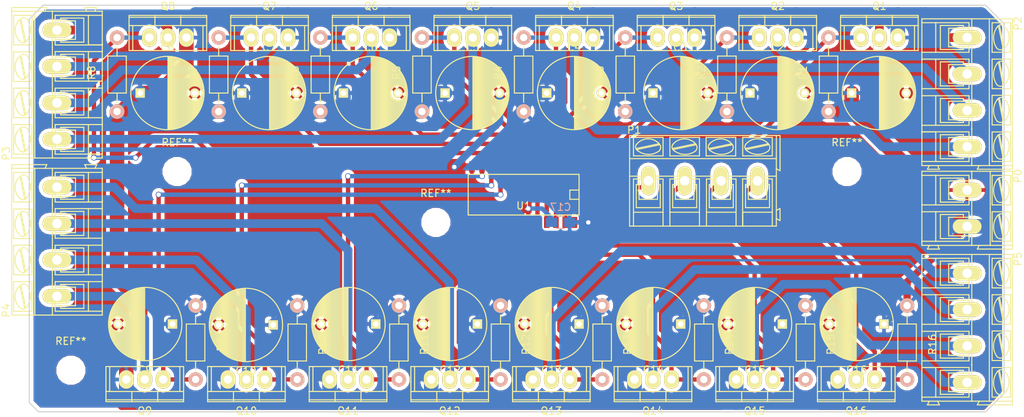
<source format=kicad_pcb>
(kicad_pcb (version 4) (host pcbnew 4.0.2-stable)
  (layers (0 F.Cu signal) (31 B.Cu signal) (34 B.Paste user) (35 F.Paste user) (36 B.SilkS user) (37 F.SilkS user) (38 B.Mask user) (39 F.Mask user) (44 Edge.Cuts user))
  (net 0 "")
  (net 1 VCC)
  (net 2 GND)
  (net 3 "Net-(P1-Pad1)")
  (net 4 "Net-(P1-Pad2)")
  (net 5 "Net-(P1-Pad4)")
  (net 6 "Net-(P1-Pad3)")
  (net 7 /Couche01)
  (net 8 /Couche02)
  (net 9 /Couche04)
  (net 10 /Couche03)
  (net 11 /Couche05)
  (net 12 /Couche06)
  (net 13 /Couche08)
  (net 14 /Couche07)
  (net 15 /Couche09)
  (net 16 /Couche10)
  (net 17 /Couche12)
  (net 18 /Couche11)
  (net 19 /Couche13)
  (net 20 /Couche14)
  (net 21 /Couche16)
  (net 22 /Couche15)
  (net 23 "Net-(Q1-Pad1)")
  (net 24 "Net-(Q2-Pad1)")
  (net 25 "Net-(Q3-Pad1)")
  (net 26 "Net-(Q4-Pad1)")
  (net 27 "Net-(Q5-Pad1)")
  (net 28 "Net-(Q6-Pad1)")
  (net 29 "Net-(Q7-Pad1)")
  (net 30 "Net-(Q8-Pad1)")
  (net 31 "Net-(Q9-Pad1)")
  (net 32 "Net-(Q10-Pad1)")
  (net 33 "Net-(Q11-Pad1)")
  (net 34 "Net-(Q12-Pad1)")
  (net 35 "Net-(Q13-Pad1)")
  (net 36 "Net-(Q14-Pad1)")
  (net 37 "Net-(Q15-Pad1)")
  (net 38 "Net-(Q16-Pad1)")
  (module Capacitors_ThroughHole:C_Radial_D10_L20_P7.5 (layer F.Cu) (at 87.63 26.035)
    (fp_text reference C4 (at 3.75 -6.3) (layer F.SilkS))
    (fp_text value C)
    (pad 1 thru_hole rect (at 0 0) (size 1.3 1.3) (drill 0.8) (layers *.Cu *.Mask F.SilkS) (net 1 VCC))
    (pad 2 thru_hole circle (at 7.5 0) (size 1.3 1.3) (drill 0.8) (layers *.Cu *.Mask F.SilkS) (net 2 GND))
  )
  (module Capacitors_ThroughHole:C_Radial_D10_L20_P7.5 (layer F.Cu) (at 45.72 26.035)
    (fp_text reference C7 (at 3.75 -6.3) (layer F.SilkS))
    (fp_text value C)
    (pad 1 thru_hole rect (at 0 0) (size 1.3 1.3) (drill 0.8) (layers *.Cu *.Mask F.SilkS) (net 1 VCC))
    (pad 2 thru_hole circle (at 7.5 0) (size 1.3 1.3) (drill 0.8) (layers *.Cu *.Mask F.SilkS) (net 2 GND))
  )
  (module Capacitors_ThroughHole:C_Radial_D10_L20_P7.5 (layer F.Cu) (at 129.54 26.035)
    (fp_text reference C1 (at 3.75 -6.3) (layer F.SilkS))
    (fp_text value C)
    (pad 1 thru_hole rect (at 0 0) (size 1.3 1.3) (drill 0.8) (layers *.Cu *.Mask F.SilkS) (net 1 VCC))
    (pad 2 thru_hole circle (at 7.5 0) (size 1.3 1.3) (drill 0.8) (layers *.Cu *.Mask F.SilkS) (net 2 GND))
  )
  (module Capacitors_ThroughHole:C_Radial_D10_L20_P7.5 (layer F.Cu) (at 115.57 26.035)
    (fp_text reference C2 (at 3.75 -6.3) (layer F.SilkS))
    (fp_text value C)
    (pad 1 thru_hole rect (at 0 0) (size 1.3 1.3) (drill 0.8) (layers *.Cu *.Mask F.SilkS) (net 1 VCC))
    (pad 2 thru_hole circle (at 7.5 0) (size 1.3 1.3) (drill 0.8) (layers *.Cu *.Mask F.SilkS) (net 2 GND))
  )
  (module Capacitors_ThroughHole:C_Radial_D10_L20_P7.5 (layer F.Cu) (at 102.235 26.035)
    (fp_text reference C3 (at 3.75 -6.3) (layer F.SilkS))
    (fp_text value C)
    (pad 1 thru_hole rect (at 0 0) (size 1.3 1.3) (drill 0.8) (layers *.Cu *.Mask F.SilkS) (net 1 VCC))
    (pad 2 thru_hole circle (at 7.5 0) (size 1.3 1.3) (drill 0.8) (layers *.Cu *.Mask F.SilkS) (net 2 GND))
  )
  (module Capacitors_ThroughHole:C_Radial_D10_L20_P7.5 (layer F.Cu) (at 73.66 26.035)
    (fp_text reference C5 (at 3.75 -6.3) (layer F.SilkS))
    (fp_text value C)
    (pad 1 thru_hole rect (at 0 0) (size 1.3 1.3) (drill 0.8) (layers *.Cu *.Mask F.SilkS) (net 1 VCC))
    (pad 2 thru_hole circle (at 7.5 0) (size 1.3 1.3) (drill 0.8) (layers *.Cu *.Mask F.SilkS) (net 2 GND))
  )
  (module Capacitors_ThroughHole:C_Radial_D10_L20_P7.5 (layer F.Cu) (at 59.69 26.035)
    (fp_text reference C6 (at 3.75 -6.3) (layer F.SilkS))
    (fp_text value C)
    (pad 1 thru_hole rect (at 0 0) (size 1.3 1.3) (drill 0.8) (layers *.Cu *.Mask F.SilkS) (net 1 VCC))
    (pad 2 thru_hole circle (at 7.5 0) (size 1.3 1.3) (drill 0.8) (layers *.Cu *.Mask F.SilkS) (net 2 GND))
  )
  (module Capacitors_ThroughHole:C_Radial_D10_L20_P7.5 (layer F.Cu) (at 31.75 26.035)
    (fp_text reference C8 (at 3.75 -6.3) (layer F.SilkS))
    (fp_text value C)
    (pad 1 thru_hole rect (at 0 0) (size 1.3 1.3) (drill 0.8) (layers *.Cu *.Mask F.SilkS) (net 1 VCC))
    (pad 2 thru_hole circle (at 7.5 0) (size 1.3 1.3) (drill 0.8) (layers *.Cu *.Mask F.SilkS) (net 2 GND))
  )
  (module Capacitors_ThroughHole:C_Radial_D10_L20_P7.5 (layer F.Cu) (at 36.195 57.785 180)
    (fp_text reference C9 (at 3.75 -6.3 180) (layer F.SilkS))
    (fp_text value C)
    (pad 1 thru_hole rect (at 0 0 180) (size 1.3 1.3) (drill 0.8) (layers *.Cu *.Mask F.SilkS) (net 1 VCC))
    (pad 2 thru_hole circle (at 7.5 0 180) (size 1.3 1.3) (drill 0.8) (layers *.Cu *.Mask F.SilkS) (net 2 GND))
  )
  (module Capacitors_ThroughHole:C_Radial_D10_L20_P7.5 (layer F.Cu) (at 50.038 57.912 180)
    (fp_text reference C10 (at 3.75 -6.3 180) (layer F.SilkS))
    (fp_text value C)
    (pad 1 thru_hole rect (at 0 0 180) (size 1.3 1.3) (drill 0.8) (layers *.Cu *.Mask F.SilkS) (net 1 VCC))
    (pad 2 thru_hole circle (at 7.5 0 180) (size 1.3 1.3) (drill 0.8) (layers *.Cu *.Mask F.SilkS) (net 2 GND))
  )
  (module Capacitors_ThroughHole:C_Radial_D10_L20_P7.5 (layer F.Cu) (at 64.135 57.785 180)
    (fp_text reference C11 (at 3.75 -6.3 180) (layer F.SilkS))
    (fp_text value C)
    (pad 1 thru_hole rect (at 0 0 180) (size 1.3 1.3) (drill 0.8) (layers *.Cu *.Mask F.SilkS) (net 1 VCC))
    (pad 2 thru_hole circle (at 7.5 0 180) (size 1.3 1.3) (drill 0.8) (layers *.Cu *.Mask F.SilkS) (net 2 GND))
  )
  (module Capacitors_ThroughHole:C_Radial_D10_L20_P7.5 (layer F.Cu) (at 78.105 57.785 180)
    (fp_text reference C12 (at 3.75 -6.3 180) (layer F.SilkS))
    (fp_text value C)
    (pad 1 thru_hole rect (at 0 0 180) (size 1.3 1.3) (drill 0.8) (layers *.Cu *.Mask F.SilkS) (net 1 VCC))
    (pad 2 thru_hole circle (at 7.5 0 180) (size 1.3 1.3) (drill 0.8) (layers *.Cu *.Mask F.SilkS) (net 2 GND))
  )
  (module Capacitors_ThroughHole:C_Radial_D10_L20_P7.5 (layer F.Cu) (at 92.075 57.785 180)
    (fp_text reference C13 (at 3.75 -6.3 180) (layer F.SilkS))
    (fp_text value C)
    (pad 1 thru_hole rect (at 0 0 180) (size 1.3 1.3) (drill 0.8) (layers *.Cu *.Mask F.SilkS) (net 1 VCC))
    (pad 2 thru_hole circle (at 7.5 0 180) (size 1.3 1.3) (drill 0.8) (layers *.Cu *.Mask F.SilkS) (net 2 GND))
  )
  (module Capacitors_ThroughHole:C_Radial_D10_L20_P7.5 (layer F.Cu) (at 106.045 57.785 180)
    (fp_text reference C14 (at 3.75 -6.3 180) (layer F.SilkS))
    (fp_text value C)
    (pad 1 thru_hole rect (at 0 0 180) (size 1.3 1.3) (drill 0.8) (layers *.Cu *.Mask F.SilkS) (net 1 VCC))
    (pad 2 thru_hole circle (at 7.5 0 180) (size 1.3 1.3) (drill 0.8) (layers *.Cu *.Mask F.SilkS) (net 2 GND))
  )
  (module Capacitors_ThroughHole:C_Radial_D10_L20_P7.5 (layer F.Cu) (at 120.015 57.785 180)
    (fp_text reference C15 (at 3.75 -6.3 180) (layer F.SilkS))
    (fp_text value C)
    (pad 1 thru_hole rect (at 0 0 180) (size 1.3 1.3) (drill 0.8) (layers *.Cu *.Mask F.SilkS) (net 1 VCC))
    (pad 2 thru_hole circle (at 7.5 0 180) (size 1.3 1.3) (drill 0.8) (layers *.Cu *.Mask F.SilkS) (net 2 GND))
  )
  (module Capacitors_ThroughHole:C_Radial_D10_L20_P7.5 (layer F.Cu) (at 133.985 57.785 180)
    (fp_text reference C16 (at 3.75 -6.3 180) (layer F.SilkS))
    (fp_text value C)
    (pad 1 thru_hole rect (at 0 0 180) (size 1.3 1.3) (drill 0.8) (layers *.Cu *.Mask F.SilkS) (net 1 VCC))
    (pad 2 thru_hole circle (at 7.5 0 180) (size 1.3 1.3) (drill 0.8) (layers *.Cu *.Mask F.SilkS) (net 2 GND))
  )
  (module Capacitors_SMD:C_0805_HandSoldering (layer B.Cu) (at 89.535 43.815 180)
    (fp_text reference C17 (at 0 2.1 180) (layer B.SilkS) (effects (justify mirror)))
    (fp_text value C)
    (pad 1 smd rect (at -1.25 0 180) (size 1.5 1.25) (layers B.Cu B.Paste B.Mask) (net 1 VCC))
    (pad 2 smd rect (at 1.25 0 180) (size 1.5 1.25) (layers B.Cu B.Paste B.Mask) (net 2 GND))
  )
  (module Connect:AK300-2 (layer F.Cu) (at 145.415 39.37 270)
    (fp_text reference P0 (at -1.92 -6.985 270) (layer F.SilkS))
    (fp_text value CONN_01X02)
    (pad 1 thru_hole oval (at 0 0 270) (size 1.9812 3.9624) (drill 1.3208) (layers *.Cu F.Paste F.SilkS F.Mask) (net 2 GND))
    (pad 2 thru_hole oval (at 5 0 270) (size 1.9812 3.9624) (drill 1.3208) (layers *.Cu F.Paste F.SilkS F.Mask) (net 1 VCC))
  )
  (module Connect:AK300-4 (layer F.Cu) (at 101.6 38.1)
    (fp_text reference P1 (at -1.945 -6.985) (layer F.SilkS))
    (fp_text value CONN_01X04)
    (pad 1 thru_hole oval (at 0 0) (size 1.9812 3.9624) (drill 1.3208) (layers *.Cu F.Paste F.SilkS F.Mask) (net 3 "Net-(P1-Pad1)"))
    (pad 2 thru_hole oval (at 5 0) (size 1.9812 3.9624) (drill 1.3208) (layers *.Cu F.Paste F.SilkS F.Mask) (net 4 "Net-(P1-Pad2)"))
    (pad 4 thru_hole oval (at 15 0) (size 1.9812 3.9624) (drill 1.3208) (layers *.Cu F.Paste F.SilkS F.Mask) (net 5 "Net-(P1-Pad4)"))
    (pad 3 thru_hole oval (at 10 0) (size 1.9812 3.9624) (drill 1.3208) (layers *.Cu *.Mask F.SilkS) (net 6 "Net-(P1-Pad3)"))
  )
  (module Connect:AK300-4 (layer F.Cu) (at 145.415 18.415 270)
    (fp_text reference P2 (at -1.945 -6.985 270) (layer F.SilkS))
    (fp_text value CONN_01X04)
    (pad 1 thru_hole oval (at 0 0 270) (size 1.9812 3.9624) (drill 1.3208) (layers *.Cu F.Paste F.SilkS F.Mask) (net 7 /Couche01))
    (pad 2 thru_hole oval (at 5 0 270) (size 1.9812 3.9624) (drill 1.3208) (layers *.Cu F.Paste F.SilkS F.Mask) (net 8 /Couche02))
    (pad 4 thru_hole oval (at 15 0 270) (size 1.9812 3.9624) (drill 1.3208) (layers *.Cu F.Paste F.SilkS F.Mask) (net 9 /Couche04))
    (pad 3 thru_hole oval (at 10 0 270) (size 1.9812 3.9624) (drill 1.3208) (layers *.Cu *.Mask F.SilkS) (net 10 /Couche03))
  )
  (module Connect:AK300-4 (layer F.Cu) (at 20.32 32.385 90)
    (fp_text reference P3 (at -1.945 -6.985 90) (layer F.SilkS))
    (fp_text value CONN_01X04)
    (pad 1 thru_hole oval (at 0 0 90) (size 1.9812 3.9624) (drill 1.3208) (layers *.Cu F.Paste F.SilkS F.Mask) (net 11 /Couche05))
    (pad 2 thru_hole oval (at 5 0 90) (size 1.9812 3.9624) (drill 1.3208) (layers *.Cu F.Paste F.SilkS F.Mask) (net 12 /Couche06))
    (pad 4 thru_hole oval (at 15 0 90) (size 1.9812 3.9624) (drill 1.3208) (layers *.Cu F.Paste F.SilkS F.Mask) (net 13 /Couche08))
    (pad 3 thru_hole oval (at 10 0 90) (size 1.9812 3.9624) (drill 1.3208) (layers *.Cu *.Mask F.SilkS) (net 14 /Couche07))
  )
  (module Connect:AK300-4 (layer F.Cu) (at 20.32 53.975 90)
    (fp_text reference P4 (at -1.945 -6.985 90) (layer F.SilkS))
    (fp_text value CONN_01X04)
    (pad 1 thru_hole oval (at 0 0 90) (size 1.9812 3.9624) (drill 1.3208) (layers *.Cu F.Paste F.SilkS F.Mask) (net 15 /Couche09))
    (pad 2 thru_hole oval (at 5 0 90) (size 1.9812 3.9624) (drill 1.3208) (layers *.Cu F.Paste F.SilkS F.Mask) (net 16 /Couche10))
    (pad 4 thru_hole oval (at 15 0 90) (size 1.9812 3.9624) (drill 1.3208) (layers *.Cu F.Paste F.SilkS F.Mask) (net 17 /Couche12))
    (pad 3 thru_hole oval (at 10 0 90) (size 1.9812 3.9624) (drill 1.3208) (layers *.Cu *.Mask F.SilkS) (net 18 /Couche11))
  )
  (module Connect:AK300-4 (layer F.Cu) (at 145.415 50.8 270)
    (fp_text reference P5 (at -1.945 -6.985 270) (layer F.SilkS))
    (fp_text value CONN_01X04)
    (pad 1 thru_hole oval (at 0 0 270) (size 1.9812 3.9624) (drill 1.3208) (layers *.Cu F.Paste F.SilkS F.Mask) (net 19 /Couche13))
    (pad 2 thru_hole oval (at 5 0 270) (size 1.9812 3.9624) (drill 1.3208) (layers *.Cu F.Paste F.SilkS F.Mask) (net 20 /Couche14))
    (pad 4 thru_hole oval (at 15 0 270) (size 1.9812 3.9624) (drill 1.3208) (layers *.Cu F.Paste F.SilkS F.Mask) (net 21 /Couche16))
    (pad 3 thru_hole oval (at 10 0 270) (size 1.9812 3.9624) (drill 1.3208) (layers *.Cu *.Mask F.SilkS) (net 22 /Couche15))
  )
  (module Power_Integrations:TO-220 (layer F.Cu) (at 133.35 18.415)
    (fp_text reference Q1 (at 0 -4.318) (layer F.SilkS))
    (fp_text value IRF9540N)
    (pad 2 thru_hole oval (at 0 0) (size 2.032 2.54) (drill 1.143) (layers *.Cu *.Mask F.SilkS) (net 7 /Couche01))
    (pad 3 thru_hole oval (at 2.54 0) (size 2.032 2.54) (drill 1.143) (layers *.Cu *.Mask F.SilkS) (net 1 VCC))
    (pad 1 thru_hole oval (at -2.54 0) (size 2.032 2.54) (drill 1.143) (layers *.Cu *.Mask F.SilkS) (net 23 "Net-(Q1-Pad1)"))
  )
  (module Power_Integrations:TO-220 (layer F.Cu) (at 119.38 18.415)
    (fp_text reference Q2 (at 0 -4.318) (layer F.SilkS))
    (fp_text value IRF9540N)
    (pad 2 thru_hole oval (at 0 0) (size 2.032 2.54) (drill 1.143) (layers *.Cu *.Mask F.SilkS) (net 8 /Couche02))
    (pad 3 thru_hole oval (at 2.54 0) (size 2.032 2.54) (drill 1.143) (layers *.Cu *.Mask F.SilkS) (net 1 VCC))
    (pad 1 thru_hole oval (at -2.54 0) (size 2.032 2.54) (drill 1.143) (layers *.Cu *.Mask F.SilkS) (net 24 "Net-(Q2-Pad1)"))
  )
  (module Power_Integrations:TO-220 (layer F.Cu) (at 105.41 18.415)
    (fp_text reference Q3 (at 0 -4.318) (layer F.SilkS))
    (fp_text value IRF9540N)
    (pad 2 thru_hole oval (at 0 0) (size 2.032 2.54) (drill 1.143) (layers *.Cu *.Mask F.SilkS) (net 10 /Couche03))
    (pad 3 thru_hole oval (at 2.54 0) (size 2.032 2.54) (drill 1.143) (layers *.Cu *.Mask F.SilkS) (net 1 VCC))
    (pad 1 thru_hole oval (at -2.54 0) (size 2.032 2.54) (drill 1.143) (layers *.Cu *.Mask F.SilkS) (net 25 "Net-(Q3-Pad1)"))
  )
  (module Power_Integrations:TO-220 (layer F.Cu) (at 91.44 18.415)
    (fp_text reference Q4 (at 0 -4.318) (layer F.SilkS))
    (fp_text value IRF9540N)
    (pad 2 thru_hole oval (at 0 0) (size 2.032 2.54) (drill 1.143) (layers *.Cu *.Mask F.SilkS) (net 9 /Couche04))
    (pad 3 thru_hole oval (at 2.54 0) (size 2.032 2.54) (drill 1.143) (layers *.Cu *.Mask F.SilkS) (net 1 VCC))
    (pad 1 thru_hole oval (at -2.54 0) (size 2.032 2.54) (drill 1.143) (layers *.Cu *.Mask F.SilkS) (net 26 "Net-(Q4-Pad1)"))
  )
  (module Power_Integrations:TO-220 (layer F.Cu) (at 77.47 18.415)
    (fp_text reference Q5 (at 0 -4.318) (layer F.SilkS))
    (fp_text value IRF9540N)
    (pad 2 thru_hole oval (at 0 0) (size 2.032 2.54) (drill 1.143) (layers *.Cu *.Mask F.SilkS) (net 11 /Couche05))
    (pad 3 thru_hole oval (at 2.54 0) (size 2.032 2.54) (drill 1.143) (layers *.Cu *.Mask F.SilkS) (net 1 VCC))
    (pad 1 thru_hole oval (at -2.54 0) (size 2.032 2.54) (drill 1.143) (layers *.Cu *.Mask F.SilkS) (net 27 "Net-(Q5-Pad1)"))
  )
  (module Power_Integrations:TO-220 (layer F.Cu) (at 63.5 18.415)
    (fp_text reference Q6 (at 0 -4.318) (layer F.SilkS))
    (fp_text value IRF9540N)
    (pad 2 thru_hole oval (at 0 0) (size 2.032 2.54) (drill 1.143) (layers *.Cu *.Mask F.SilkS) (net 12 /Couche06))
    (pad 3 thru_hole oval (at 2.54 0) (size 2.032 2.54) (drill 1.143) (layers *.Cu *.Mask F.SilkS) (net 1 VCC))
    (pad 1 thru_hole oval (at -2.54 0) (size 2.032 2.54) (drill 1.143) (layers *.Cu *.Mask F.SilkS) (net 28 "Net-(Q6-Pad1)"))
  )
  (module Power_Integrations:TO-220 (layer F.Cu) (at 49.53 18.415)
    (fp_text reference Q7 (at 0 -4.318) (layer F.SilkS))
    (fp_text value IRF9540N)
    (pad 2 thru_hole oval (at 0 0) (size 2.032 2.54) (drill 1.143) (layers *.Cu *.Mask F.SilkS) (net 14 /Couche07))
    (pad 3 thru_hole oval (at 2.54 0) (size 2.032 2.54) (drill 1.143) (layers *.Cu *.Mask F.SilkS) (net 1 VCC))
    (pad 1 thru_hole oval (at -2.54 0) (size 2.032 2.54) (drill 1.143) (layers *.Cu *.Mask F.SilkS) (net 29 "Net-(Q7-Pad1)"))
  )
  (module Power_Integrations:TO-220 (layer F.Cu) (at 35.56 18.415)
    (fp_text reference Q8 (at 0 -4.318) (layer F.SilkS))
    (fp_text value IRF9540N)
    (pad 2 thru_hole oval (at 0 0) (size 2.032 2.54) (drill 1.143) (layers *.Cu *.Mask F.SilkS) (net 13 /Couche08))
    (pad 3 thru_hole oval (at 2.54 0) (size 2.032 2.54) (drill 1.143) (layers *.Cu *.Mask F.SilkS) (net 1 VCC))
    (pad 1 thru_hole oval (at -2.54 0) (size 2.032 2.54) (drill 1.143) (layers *.Cu *.Mask F.SilkS) (net 30 "Net-(Q8-Pad1)"))
  )
  (module Power_Integrations:TO-220 (layer F.Cu) (at 32.385 65.405 180)
    (fp_text reference Q9 (at 0 -4.318 180) (layer F.SilkS))
    (fp_text value IRF9540N)
    (pad 2 thru_hole oval (at 0 0 180) (size 2.032 2.54) (drill 1.143) (layers *.Cu *.Mask F.SilkS) (net 15 /Couche09))
    (pad 3 thru_hole oval (at 2.54 0 180) (size 2.032 2.54) (drill 1.143) (layers *.Cu *.Mask F.SilkS) (net 1 VCC))
    (pad 1 thru_hole oval (at -2.54 0 180) (size 2.032 2.54) (drill 1.143) (layers *.Cu *.Mask F.SilkS) (net 31 "Net-(Q9-Pad1)"))
  )
  (module Power_Integrations:TO-220 (layer F.Cu) (at 46.355 65.405 180)
    (fp_text reference Q10 (at 0 -4.318 180) (layer F.SilkS))
    (fp_text value IRF9540N)
    (pad 2 thru_hole oval (at 0 0 180) (size 2.032 2.54) (drill 1.143) (layers *.Cu *.Mask F.SilkS) (net 16 /Couche10))
    (pad 3 thru_hole oval (at 2.54 0 180) (size 2.032 2.54) (drill 1.143) (layers *.Cu *.Mask F.SilkS) (net 1 VCC))
    (pad 1 thru_hole oval (at -2.54 0 180) (size 2.032 2.54) (drill 1.143) (layers *.Cu *.Mask F.SilkS) (net 32 "Net-(Q10-Pad1)"))
  )
  (module Power_Integrations:TO-220 (layer F.Cu) (at 60.325 65.405 180)
    (fp_text reference Q11 (at 0 -4.318 180) (layer F.SilkS))
    (fp_text value IRF9540N)
    (pad 2 thru_hole oval (at 0 0 180) (size 2.032 2.54) (drill 1.143) (layers *.Cu *.Mask F.SilkS) (net 18 /Couche11))
    (pad 3 thru_hole oval (at 2.54 0 180) (size 2.032 2.54) (drill 1.143) (layers *.Cu *.Mask F.SilkS) (net 1 VCC))
    (pad 1 thru_hole oval (at -2.54 0 180) (size 2.032 2.54) (drill 1.143) (layers *.Cu *.Mask F.SilkS) (net 33 "Net-(Q11-Pad1)"))
  )
  (module Power_Integrations:TO-220 (layer F.Cu) (at 74.295 65.405 180)
    (fp_text reference Q12 (at 0 -4.318 180) (layer F.SilkS))
    (fp_text value IRF9540N)
    (pad 2 thru_hole oval (at 0 0 180) (size 2.032 2.54) (drill 1.143) (layers *.Cu *.Mask F.SilkS) (net 17 /Couche12))
    (pad 3 thru_hole oval (at 2.54 0 180) (size 2.032 2.54) (drill 1.143) (layers *.Cu *.Mask F.SilkS) (net 1 VCC))
    (pad 1 thru_hole oval (at -2.54 0 180) (size 2.032 2.54) (drill 1.143) (layers *.Cu *.Mask F.SilkS) (net 34 "Net-(Q12-Pad1)"))
  )
  (module Power_Integrations:TO-220 (layer F.Cu) (at 88.265 65.405 180)
    (fp_text reference Q13 (at 0 -4.318 180) (layer F.SilkS))
    (fp_text value IRF9540N)
    (pad 2 thru_hole oval (at 0 0 180) (size 2.032 2.54) (drill 1.143) (layers *.Cu *.Mask F.SilkS) (net 19 /Couche13))
    (pad 3 thru_hole oval (at 2.54 0 180) (size 2.032 2.54) (drill 1.143) (layers *.Cu *.Mask F.SilkS) (net 1 VCC))
    (pad 1 thru_hole oval (at -2.54 0 180) (size 2.032 2.54) (drill 1.143) (layers *.Cu *.Mask F.SilkS) (net 35 "Net-(Q13-Pad1)"))
  )
  (module Power_Integrations:TO-220 (layer F.Cu) (at 102.235 65.405 180)
    (fp_text reference Q14 (at 0 -4.318 180) (layer F.SilkS))
    (fp_text value IRF9540N)
    (pad 2 thru_hole oval (at 0 0 180) (size 2.032 2.54) (drill 1.143) (layers *.Cu *.Mask F.SilkS) (net 20 /Couche14))
    (pad 3 thru_hole oval (at 2.54 0 180) (size 2.032 2.54) (drill 1.143) (layers *.Cu *.Mask F.SilkS) (net 1 VCC))
    (pad 1 thru_hole oval (at -2.54 0 180) (size 2.032 2.54) (drill 1.143) (layers *.Cu *.Mask F.SilkS) (net 36 "Net-(Q14-Pad1)"))
  )
  (module Power_Integrations:TO-220 (layer F.Cu) (at 116.205 65.405 180)
    (fp_text reference Q15 (at 0 -4.318 180) (layer F.SilkS))
    (fp_text value IRF9540N)
    (pad 2 thru_hole oval (at 0 0 180) (size 2.032 2.54) (drill 1.143) (layers *.Cu *.Mask F.SilkS) (net 22 /Couche15))
    (pad 3 thru_hole oval (at 2.54 0 180) (size 2.032 2.54) (drill 1.143) (layers *.Cu *.Mask F.SilkS) (net 1 VCC))
    (pad 1 thru_hole oval (at -2.54 0 180) (size 2.032 2.54) (drill 1.143) (layers *.Cu *.Mask F.SilkS) (net 37 "Net-(Q15-Pad1)"))
  )
  (module Power_Integrations:TO-220 (layer F.Cu) (at 130.175 65.405 180)
    (fp_text reference Q16 (at 0 -4.318 180) (layer F.SilkS))
    (fp_text value IRF9540N)
    (pad 2 thru_hole oval (at 0 0 180) (size 2.032 2.54) (drill 1.143) (layers *.Cu *.Mask F.SilkS) (net 21 /Couche16))
    (pad 3 thru_hole oval (at 2.54 0 180) (size 2.032 2.54) (drill 1.143) (layers *.Cu *.Mask F.SilkS) (net 1 VCC))
    (pad 1 thru_hole oval (at -2.54 0 180) (size 2.032 2.54) (drill 1.143) (layers *.Cu *.Mask F.SilkS) (net 38 "Net-(Q16-Pad1)"))
  )
  (module Resistors_ThroughHole:Resistor_Horizontal_RM10mm (layer F.Cu) (at 126.365 28.575 90)
    (fp_text reference R1 (at 5.32892 -3.50012 90) (layer F.SilkS))
    (fp_text value R)
    (pad 1 thru_hole circle (at 0 0 90) (size 1.99898 1.99898) (drill 1.00076) (layers *.Cu *.SilkS *.Mask) (net 1 VCC))
    (pad 2 thru_hole circle (at 10.16 0 90) (size 1.99898 1.99898) (drill 1.00076) (layers *.Cu *.SilkS *.Mask) (net 23 "Net-(Q1-Pad1)"))
  )
  (module Resistors_ThroughHole:Resistor_Horizontal_RM10mm (layer F.Cu) (at 112.395 28.575 90)
    (fp_text reference R2 (at 5.32892 -3.50012 90) (layer F.SilkS))
    (fp_text value R)
    (pad 1 thru_hole circle (at 0 0 90) (size 1.99898 1.99898) (drill 1.00076) (layers *.Cu *.SilkS *.Mask) (net 1 VCC))
    (pad 2 thru_hole circle (at 10.16 0 90) (size 1.99898 1.99898) (drill 1.00076) (layers *.Cu *.SilkS *.Mask) (net 24 "Net-(Q2-Pad1)"))
  )
  (module Resistors_ThroughHole:Resistor_Horizontal_RM10mm (layer F.Cu) (at 98.425 28.575 90)
    (fp_text reference R3 (at 5.32892 -3.50012 90) (layer F.SilkS))
    (fp_text value R)
    (pad 1 thru_hole circle (at 0 0 90) (size 1.99898 1.99898) (drill 1.00076) (layers *.Cu *.SilkS *.Mask) (net 1 VCC))
    (pad 2 thru_hole circle (at 10.16 0 90) (size 1.99898 1.99898) (drill 1.00076) (layers *.Cu *.SilkS *.Mask) (net 25 "Net-(Q3-Pad1)"))
  )
  (module Resistors_ThroughHole:Resistor_Horizontal_RM10mm (layer F.Cu) (at 84.455 28.575 90)
    (fp_text reference R4 (at 5.32892 -3.50012 90) (layer F.SilkS))
    (fp_text value R)
    (pad 1 thru_hole circle (at 0 0 90) (size 1.99898 1.99898) (drill 1.00076) (layers *.Cu *.SilkS *.Mask) (net 1 VCC))
    (pad 2 thru_hole circle (at 10.16 0 90) (size 1.99898 1.99898) (drill 1.00076) (layers *.Cu *.SilkS *.Mask) (net 26 "Net-(Q4-Pad1)"))
  )
  (module Resistors_ThroughHole:Resistor_Horizontal_RM10mm (layer F.Cu) (at 70.485 28.575 90)
    (fp_text reference R5 (at 5.32892 -3.50012 90) (layer F.SilkS))
    (fp_text value R)
    (pad 1 thru_hole circle (at 0 0 90) (size 1.99898 1.99898) (drill 1.00076) (layers *.Cu *.SilkS *.Mask) (net 1 VCC))
    (pad 2 thru_hole circle (at 10.16 0 90) (size 1.99898 1.99898) (drill 1.00076) (layers *.Cu *.SilkS *.Mask) (net 27 "Net-(Q5-Pad1)"))
  )
  (module Resistors_ThroughHole:Resistor_Horizontal_RM10mm (layer F.Cu) (at 56.515 28.575 90)
    (fp_text reference R6 (at 5.32892 -3.50012 90) (layer F.SilkS))
    (fp_text value R)
    (pad 1 thru_hole circle (at 0 0 90) (size 1.99898 1.99898) (drill 1.00076) (layers *.Cu *.SilkS *.Mask) (net 1 VCC))
    (pad 2 thru_hole circle (at 10.16 0 90) (size 1.99898 1.99898) (drill 1.00076) (layers *.Cu *.SilkS *.Mask) (net 28 "Net-(Q6-Pad1)"))
  )
  (module Resistors_ThroughHole:Resistor_Horizontal_RM10mm (layer F.Cu) (at 42.545 28.575 90)
    (fp_text reference R7 (at 5.32892 -3.50012 90) (layer F.SilkS))
    (fp_text value R)
    (pad 1 thru_hole circle (at 0 0 90) (size 1.99898 1.99898) (drill 1.00076) (layers *.Cu *.SilkS *.Mask) (net 1 VCC))
    (pad 2 thru_hole circle (at 10.16 0 90) (size 1.99898 1.99898) (drill 1.00076) (layers *.Cu *.SilkS *.Mask) (net 29 "Net-(Q7-Pad1)"))
  )
  (module Resistors_ThroughHole:Resistor_Horizontal_RM10mm (layer F.Cu) (at 28.575 28.575 90)
    (fp_text reference R8 (at 5.32892 -3.50012 90) (layer F.SilkS))
    (fp_text value R)
    (pad 1 thru_hole circle (at 0 0 90) (size 1.99898 1.99898) (drill 1.00076) (layers *.Cu *.SilkS *.Mask) (net 1 VCC))
    (pad 2 thru_hole circle (at 10.16 0 90) (size 1.99898 1.99898) (drill 1.00076) (layers *.Cu *.SilkS *.Mask) (net 30 "Net-(Q8-Pad1)"))
  )
  (module Resistors_ThroughHole:Resistor_Horizontal_RM10mm (layer F.Cu) (at 39.37 55.245 270)
    (fp_text reference R9 (at 5.32892 -3.50012 270) (layer F.SilkS))
    (fp_text value R)
    (pad 1 thru_hole circle (at 0 0 270) (size 1.99898 1.99898) (drill 1.00076) (layers *.Cu *.SilkS *.Mask) (net 1 VCC))
    (pad 2 thru_hole circle (at 10.16 0 270) (size 1.99898 1.99898) (drill 1.00076) (layers *.Cu *.SilkS *.Mask) (net 31 "Net-(Q9-Pad1)"))
  )
  (module Resistors_ThroughHole:Resistor_Horizontal_RM10mm (layer F.Cu) (at 53.34 55.245 270)
    (fp_text reference R10 (at 5.32892 -3.50012 270) (layer F.SilkS))
    (fp_text value R)
    (pad 1 thru_hole circle (at 0 0 270) (size 1.99898 1.99898) (drill 1.00076) (layers *.Cu *.SilkS *.Mask) (net 1 VCC))
    (pad 2 thru_hole circle (at 10.16 0 270) (size 1.99898 1.99898) (drill 1.00076) (layers *.Cu *.SilkS *.Mask) (net 32 "Net-(Q10-Pad1)"))
  )
  (module Resistors_ThroughHole:Resistor_Horizontal_RM10mm (layer F.Cu) (at 67.31 55.245 270)
    (fp_text reference R11 (at 5.32892 -3.50012 270) (layer F.SilkS))
    (fp_text value R)
    (pad 1 thru_hole circle (at 0 0 270) (size 1.99898 1.99898) (drill 1.00076) (layers *.Cu *.SilkS *.Mask) (net 1 VCC))
    (pad 2 thru_hole circle (at 10.16 0 270) (size 1.99898 1.99898) (drill 1.00076) (layers *.Cu *.SilkS *.Mask) (net 33 "Net-(Q11-Pad1)"))
  )
  (module Resistors_ThroughHole:Resistor_Horizontal_RM10mm (layer F.Cu) (at 81.28 55.245 270)
    (fp_text reference R12 (at 5.32892 -3.50012 270) (layer F.SilkS))
    (fp_text value R)
    (pad 1 thru_hole circle (at 0 0 270) (size 1.99898 1.99898) (drill 1.00076) (layers *.Cu *.SilkS *.Mask) (net 1 VCC))
    (pad 2 thru_hole circle (at 10.16 0 270) (size 1.99898 1.99898) (drill 1.00076) (layers *.Cu *.SilkS *.Mask) (net 34 "Net-(Q12-Pad1)"))
  )
  (module Resistors_ThroughHole:Resistor_Horizontal_RM10mm (layer F.Cu) (at 95.25 55.245 270)
    (fp_text reference R13 (at 5.32892 -3.50012 270) (layer F.SilkS))
    (fp_text value R)
    (pad 1 thru_hole circle (at 0 0 270) (size 1.99898 1.99898) (drill 1.00076) (layers *.Cu *.SilkS *.Mask) (net 1 VCC))
    (pad 2 thru_hole circle (at 10.16 0 270) (size 1.99898 1.99898) (drill 1.00076) (layers *.Cu *.SilkS *.Mask) (net 35 "Net-(Q13-Pad1)"))
  )
  (module Resistors_ThroughHole:Resistor_Horizontal_RM10mm (layer F.Cu) (at 109.22 55.245 270)
    (fp_text reference R14 (at 5.32892 -3.50012 270) (layer F.SilkS))
    (fp_text value R)
    (pad 1 thru_hole circle (at 0 0 270) (size 1.99898 1.99898) (drill 1.00076) (layers *.Cu *.SilkS *.Mask) (net 1 VCC))
    (pad 2 thru_hole circle (at 10.16 0 270) (size 1.99898 1.99898) (drill 1.00076) (layers *.Cu *.SilkS *.Mask) (net 36 "Net-(Q14-Pad1)"))
  )
  (module Resistors_ThroughHole:Resistor_Horizontal_RM10mm (layer F.Cu) (at 123.19 55.245 270)
    (fp_text reference R15 (at 5.32892 -3.50012 270) (layer F.SilkS))
    (fp_text value R)
    (pad 1 thru_hole circle (at 0 0 270) (size 1.99898 1.99898) (drill 1.00076) (layers *.Cu *.SilkS *.Mask) (net 1 VCC))
    (pad 2 thru_hole circle (at 10.16 0 270) (size 1.99898 1.99898) (drill 1.00076) (layers *.Cu *.SilkS *.Mask) (net 37 "Net-(Q15-Pad1)"))
  )
  (module Resistors_ThroughHole:Resistor_Horizontal_RM10mm (layer F.Cu) (at 137.16 55.245 270)
    (fp_text reference R16 (at 5.32892 -3.50012 270) (layer F.SilkS))
    (fp_text value R)
    (pad 1 thru_hole circle (at 0 0 270) (size 1.99898 1.99898) (drill 1.00076) (layers *.Cu *.SilkS *.Mask) (net 1 VCC))
    (pad 2 thru_hole circle (at 10.16 0 270) (size 1.99898 1.99898) (drill 1.00076) (layers *.Cu *.SilkS *.Mask) (net 38 "Net-(Q16-Pad1)"))
  )
  (module SMD_Packages:SOIC-24 (layer F.Cu) (at 84.455 40.005 180)
    (fp_text reference U1 (at 0 -1.524 180) (layer F.SilkS))
    (fp_text value 74LS154)
    (pad 1 smd rect (at -6.985 3.81 180) (size 0.762 1.524) (layers F.Cu F.Paste F.Mask) (net 23 "Net-(Q1-Pad1)"))
    (pad 2 smd rect (at -5.715 3.81 180) (size 0.762 1.524) (layers F.Cu F.Paste F.Mask) (net 24 "Net-(Q2-Pad1)"))
    (pad 3 smd rect (at -4.445 3.81 180) (size 0.762 1.524) (layers F.Cu F.Paste F.Mask) (net 25 "Net-(Q3-Pad1)"))
    (pad 4 smd rect (at -3.175 3.81 180) (size 0.762 1.524) (layers F.Cu F.Paste F.Mask) (net 26 "Net-(Q4-Pad1)"))
    (pad 5 smd rect (at -1.905 3.81 180) (size 0.762 1.524) (layers F.Cu F.Paste F.Mask) (net 27 "Net-(Q5-Pad1)"))
    (pad 6 smd rect (at -0.635 3.81 180) (size 0.762 1.524) (layers F.Cu F.Paste F.Mask) (net 28 "Net-(Q6-Pad1)"))
    (pad 7 smd rect (at 0.635 3.81 180) (size 0.762 1.524) (layers F.Cu F.Paste F.Mask) (net 29 "Net-(Q7-Pad1)"))
    (pad 8 smd rect (at 1.905 3.81 180) (size 0.762 1.524) (layers F.Cu F.Paste F.Mask) (net 30 "Net-(Q8-Pad1)"))
    (pad 9 smd rect (at 3.175 3.81 180) (size 0.762 1.524) (layers F.Cu F.Paste F.Mask) (net 31 "Net-(Q9-Pad1)"))
    (pad 10 smd rect (at 4.445 3.81 180) (size 0.762 1.524) (layers F.Cu F.Paste F.Mask) (net 32 "Net-(Q10-Pad1)"))
    (pad 11 smd rect (at 5.715 3.81 180) (size 0.762 1.524) (layers F.Cu F.Paste F.Mask) (net 33 "Net-(Q11-Pad1)"))
    (pad 12 smd rect (at 7.112 3.81 180) (size 0.762 1.524) (layers F.Cu F.Paste F.Mask) (net 2 GND))
    (pad 24 smd rect (at -6.985 -3.81 180) (size 0.762 1.524) (layers F.Cu F.Paste F.Mask) (net 1 VCC))
    (pad 23 smd rect (at -5.715 -3.81 180) (size 0.762 1.524) (layers F.Cu F.Paste F.Mask) (net 5 "Net-(P1-Pad4)"))
    (pad 22 smd rect (at -4.445 -3.81 180) (size 0.762 1.524) (layers F.Cu F.Paste F.Mask) (net 6 "Net-(P1-Pad3)"))
    (pad 21 smd rect (at -3.175 -3.81 180) (size 0.762 1.524) (layers F.Cu F.Paste F.Mask) (net 4 "Net-(P1-Pad2)"))
    (pad 20 smd rect (at -1.905 -3.81 180) (size 0.762 1.524) (layers F.Cu F.Paste F.Mask) (net 3 "Net-(P1-Pad1)"))
    (pad 19 smd rect (at -0.635 -3.81 180) (size 0.762 1.524) (layers F.Cu F.Paste F.Mask) (net 2 GND))
    (pad 18 smd rect (at 0.635 -3.81 180) (size 0.762 1.524) (layers F.Cu F.Paste F.Mask) (net 2 GND))
    (pad 17 smd rect (at 1.905 -3.81 180) (size 0.762 1.524) (layers F.Cu F.Paste F.Mask) (net 38 "Net-(Q16-Pad1)"))
    (pad 16 smd rect (at 3.175 -3.81 180) (size 0.762 1.524) (layers F.Cu F.Paste F.Mask) (net 37 "Net-(Q15-Pad1)"))
    (pad 15 smd rect (at 4.445 -3.81 180) (size 0.762 1.524) (layers F.Cu F.Paste F.Mask) (net 36 "Net-(Q14-Pad1)"))
    (pad 14 smd rect (at 5.715 -3.81 180) (size 0.762 1.524) (layers F.Cu F.Paste F.Mask) (net 35 "Net-(Q13-Pad1)"))
    (pad 13 smd rect (at 6.985 -3.81 180) (size 0.762 1.524) (layers F.Cu F.Paste F.Mask) (net 34 "Net-(Q12-Pad1)"))
  )
  (module Mounting_Holes:MountingHole_3mm (layer F.Cu) (at 22.225 64.135)
    (fp_text reference REF** (at 0 -4) (layer F.SilkS))
    (fp_text value MountingHole_3mm)
    (pad 1 np_thru_hole circle (at 0 0) (size 3 3) (drill 3) (layers *.Cu *.Mask F.SilkS))
  )
  (module Mounting_Holes:MountingHole_3mm (layer F.Cu) (at 128.905 36.83)
    (fp_text reference REF** (at 0 -4) (layer F.SilkS))
    (fp_text value MountingHole_3mm)
    (pad 1 np_thru_hole circle (at 0 0) (size 3 3) (drill 3) (layers *.Cu *.Mask F.SilkS))
  )
  (module Mounting_Holes:MountingHole_3mm (layer F.Cu) (at 36.83 36.83)
    (fp_text reference REF** (at 0 -4) (layer F.SilkS))
    (fp_text value MountingHole_3mm)
    (pad 1 np_thru_hole circle (at 0 0) (size 3 3) (drill 3) (layers *.Cu *.Mask F.SilkS))
  )
  (module Mounting_Holes:MountingHole_3mm (layer F.Cu) (at 72.39 43.815)
    (fp_text reference REF** (at 0 -4) (layer F.SilkS))
    (fp_text value MountingHole_3mm)
    (pad 1 np_thru_hole circle (at 0 0) (size 3 3) (drill 3) (layers *.Cu *.Mask F.SilkS))
  )
  (gr_line (start 147.955 13.97) (end 147.32 13.97) (angle 90) (layer Edge.Cuts) (width 0.15))
  (gr_line (start 150.495 16.51) (end 147.955 13.97) (angle 90) (layer Edge.Cuts) (width 0.15))
  (gr_line (start 150.495 67.31) (end 150.495 16.51) (angle 90) (layer Edge.Cuts) (width 0.15))
  (gr_line (start 149.86 67.945) (end 150.495 67.31) (angle 90) (layer Edge.Cuts) (width 0.15))
  (gr_line (start 16.51 15.875) (end 18.415 13.97) (angle 90) (layer Edge.Cuts) (width 0.15))
  (gr_line (start 16.51 68.58) (end 16.51 15.875) (angle 90) (layer Edge.Cuts) (width 0.15))
  (gr_line (start 17.78 69.85) (end 16.51 68.58) (angle 90) (layer Edge.Cuts) (width 0.15))
  (gr_line (start 147.955 69.85) (end 17.78 69.85) (angle 90) (layer Edge.Cuts) (width 0.15))
  (gr_line (start 149.86 67.945) (end 147.955 69.85) (angle 90) (layer Edge.Cuts) (width 0.15))
  (gr_line (start 18.415 13.97) (end 147.32 13.97) (angle 90) (layer Edge.Cuts) (width 0.15))
  (segment (start 71.755 68.58) (end 99.695 68.58) (width 2) (layer B.Cu) (net 1))
  (segment (start 73.66 26.035) (end 70.485 26.035) (width 2) (layer B.Cu) (net 1))
  (segment (start 59.69 26.035) (end 59.69 28.575) (width 2) (layer B.Cu) (net 1))
  (segment (start 45.72 26.035) (end 45.72 28.575) (width 2) (layer B.Cu) (net 1))
  (segment (start 43.815 68.58) (end 43.815 65.405) (width 2) (layer B.Cu) (net 1))
  (segment (start 43.815 65.405) (end 36.195 57.785) (width 2) (layer B.Cu) (net 1))
  (segment (start 36.195 57.785) (end 36.83 57.785) (width 2) (layer B.Cu) (net 1))
  (segment (start 36.83 57.785) (end 39.37 55.245) (width 2) (layer B.Cu) (net 1))
  (segment (start 57.785 68.58) (end 57.785 65.405) (width 2) (layer B.Cu) (net 1))
  (segment (start 57.785 65.405) (end 50.292 57.912) (width 2) (layer B.Cu) (net 1))
  (segment (start 50.292 57.912) (end 50.673 57.912) (width 2) (layer B.Cu) (net 1))
  (segment (start 50.673 57.912) (end 53.34 55.245) (width 2) (layer B.Cu) (net 1))
  (segment (start 71.755 68.58) (end 71.755 65.405) (width 2) (layer B.Cu) (net 1))
  (segment (start 71.755 65.405) (end 64.135 57.785) (width 2) (layer B.Cu) (net 1))
  (segment (start 64.135 57.785) (end 64.77 57.785) (width 2) (layer B.Cu) (net 1))
  (segment (start 64.77 57.785) (end 67.31 55.245) (width 2) (layer B.Cu) (net 1))
  (segment (start 85.725 65.405) (end 78.105 57.785) (width 2) (layer B.Cu) (net 1))
  (segment (start 78.105 57.785) (end 78.74 57.785) (width 2) (layer B.Cu) (net 1))
  (segment (start 78.74 57.785) (end 81.28 55.245) (width 2) (layer B.Cu) (net 1))
  (segment (start 99.695 68.58) (end 99.695 65.405) (width 2) (layer B.Cu) (net 1))
  (segment (start 99.695 65.405) (end 92.075 57.785) (width 2) (layer B.Cu) (net 1))
  (segment (start 92.075 57.785) (end 92.71 57.785) (width 2) (layer B.Cu) (net 1))
  (segment (start 92.71 57.785) (end 95.25 55.245) (width 2) (layer B.Cu) (net 1))
  (segment (start 113.665 65.405) (end 106.045 57.785) (width 2) (layer B.Cu) (net 1))
  (segment (start 106.045 57.785) (end 106.68 57.785) (width 2) (layer B.Cu) (net 1))
  (segment (start 106.68 57.785) (end 109.22 55.245) (width 2) (layer B.Cu) (net 1))
  (segment (start 113.665 65.405) (end 113.665 68.58) (width 2) (layer B.Cu) (net 1))
  (segment (start 123.19 55.245) (end 122.555 55.245) (width 2) (layer B.Cu) (net 1))
  (segment (start 122.555 55.245) (end 120.015 57.785) (width 2) (layer B.Cu) (net 1))
  (segment (start 127.635 65.405) (end 120.015 57.785) (width 2) (layer B.Cu) (net 1))
  (segment (start 127.635 65.405) (end 127.635 68.58) (width 2) (layer B.Cu) (net 1))
  (segment (start 81.28 55.245) (end 81.28 52.07) (width 2) (layer B.Cu) (net 1))
  (segment (start 81.28 52.07) (end 86.36 46.99) (width 2) (layer B.Cu) (net 1))
  (segment (start 115.57 26.035) (end 115.57 28.575) (width 2) (layer B.Cu) (net 1))
  (segment (start 115.57 28.575) (end 115.57 27.94) (width 2) (layer B.Cu) (net 1))
  (segment (start 115.57 27.94) (end 115.57 28.575) (width 2) (layer B.Cu) (net 1))
  (segment (start 102.235 26.035) (end 102.235 28.575) (width 2) (layer B.Cu) (net 1))
  (segment (start 102.235 28.575) (end 101.6 28.575) (width 2) (layer B.Cu) (net 1))
  (segment (start 129.62 28.575) (end 129.54 28.495) (width 2) (layer F.Cu) (net 1))
  (segment (start 129.54 28.495) (end 129.54 26.035) (width 2) (layer F.Cu) (net 1))
  (segment (start 145.415 44.37) (end 129.62 28.575) (width 2) (layer F.Cu) (net 1))
  (segment (start 129.62 28.575) (end 126.365 28.575) (width 2) (layer F.Cu) (net 1))
  (segment (start 98.425 28.575) (end 101.6 28.575) (width 2) (layer B.Cu) (net 1))
  (segment (start 101.6 28.575) (end 115.57 28.575) (width 2) (layer B.Cu) (net 1))
  (segment (start 115.57 28.575) (end 126.365 28.575) (width 2) (layer B.Cu) (net 1))
  (segment (start 135.89 18.415) (end 135.89 15.24) (width 2) (layer B.Cu) (net 1))
  (segment (start 121.92 18.415) (end 121.92 15.24) (width 2) (layer B.Cu) (net 1))
  (segment (start 107.95 18.415) (end 107.95 15.24) (width 2) (layer B.Cu) (net 1))
  (segment (start 93.98 18.415) (end 93.98 15.24) (width 2) (layer B.Cu) (net 1))
  (segment (start 52.07 18.415) (end 52.07 15.24) (width 2) (layer B.Cu) (net 1))
  (segment (start 66.04 18.415) (end 66.04 15.24) (width 2) (layer B.Cu) (net 1))
  (segment (start 70.485 28.575) (end 70.485 26.035) (width 2) (layer B.Cu) (net 1))
  (segment (start 70.485 26.035) (end 70.485 22.86) (width 2) (layer B.Cu) (net 1))
  (segment (start 70.485 22.86) (end 66.04 18.415) (width 2) (layer B.Cu) (net 1))
  (segment (start 31.75 26.035) (end 34.29 28.575) (width 2) (layer B.Cu) (net 1))
  (segment (start 34.29 28.575) (end 42.545 28.575) (width 2) (layer B.Cu) (net 1))
  (segment (start 42.545 28.575) (end 45.72 28.575) (width 2) (layer B.Cu) (net 1))
  (segment (start 45.72 28.575) (end 56.515 28.575) (width 2) (layer B.Cu) (net 1))
  (segment (start 56.515 28.575) (end 59.69 28.575) (width 2) (layer B.Cu) (net 1))
  (segment (start 59.69 28.575) (end 70.485 28.575) (width 2) (layer B.Cu) (net 1))
  (segment (start 87.63 26.035) (end 84.455 26.035) (width 2) (layer B.Cu) (net 1))
  (segment (start 38.1 18.415) (end 38.1 22.225) (width 2) (layer F.Cu) (net 1))
  (segment (start 34.29 26.035) (end 31.75 26.035) (width 2) (layer F.Cu) (net 1))
  (segment (start 38.1 22.225) (end 34.29 26.035) (width 2) (layer F.Cu) (net 1))
  (segment (start 28.575 28.575) (end 29.21 28.575) (width 2) (layer F.Cu) (net 1))
  (segment (start 29.21 28.575) (end 31.75 26.035) (width 2) (layer F.Cu) (net 1))
  (segment (start 29.845 65.405) (end 29.845 60.96) (width 2) (layer F.Cu) (net 1))
  (segment (start 28.575 51.435) (end 28.575 28.575) (width 2) (layer F.Cu) (net 1))
  (segment (start 31.75 54.61) (end 28.575 51.435) (width 2) (layer F.Cu) (net 1))
  (segment (start 31.75 59.055) (end 31.75 54.61) (width 2) (layer F.Cu) (net 1))
  (segment (start 29.845 60.96) (end 31.75 59.055) (width 2) (layer F.Cu) (net 1))
  (segment (start 84.455 28.575) (end 84.455 26.035) (width 2) (layer B.Cu) (net 1))
  (segment (start 84.455 26.035) (end 84.455 24.13) (width 2) (layer B.Cu) (net 1))
  (segment (start 80.01 19.685) (end 80.01 15.24) (width 2) (layer B.Cu) (net 1))
  (segment (start 84.455 24.13) (end 80.01 19.685) (width 2) (layer B.Cu) (net 1))
  (segment (start 80.01 15.24) (end 80.01 15.875) (width 2) (layer B.Cu) (net 1))
  (segment (start 80.01 15.875) (end 80.01 15.24) (width 2) (layer B.Cu) (net 1))
  (segment (start 145.415 44.37) (end 98.505 44.37) (width 2) (layer B.Cu) (net 1))
  (segment (start 93.98 46.99) (end 86.36 46.99) (width 2) (layer B.Cu) (net 1))
  (segment (start 96.52 44.45) (end 93.98 46.99) (width 2) (layer B.Cu) (net 1))
  (segment (start 98.425 44.45) (end 96.52 44.45) (width 2) (layer B.Cu) (net 1))
  (segment (start 98.505 44.37) (end 98.425 44.45) (width 2) (layer B.Cu) (net 1))
  (segment (start 86.36 46.99) (end 85.725 46.99) (width 2) (layer B.Cu) (net 1))
  (segment (start 83.185 44.45) (end 83.185 29.845) (width 2) (layer B.Cu) (net 1))
  (segment (start 85.725 46.99) (end 83.185 44.45) (width 2) (layer B.Cu) (net 1))
  (segment (start 83.185 29.845) (end 84.455 28.575) (width 2) (layer B.Cu) (net 1))
  (segment (start 145.415 44.37) (end 149.225 44.37) (width 2) (layer B.Cu) (net 1))
  (segment (start 148.59 44.45) (end 149.225 44.45) (width 2) (layer B.Cu) (net 1))
  (segment (start 149.145 44.45) (end 148.59 44.45) (width 2) (layer B.Cu) (net 1))
  (segment (start 149.225 44.37) (end 149.145 44.45) (width 2) (layer B.Cu) (net 1))
  (segment (start 139.7 15.24) (end 147.32 15.24) (width 2) (layer B.Cu) (net 1))
  (segment (start 80.01 15.24) (end 93.98 15.24) (width 2) (layer B.Cu) (net 1))
  (segment (start 93.98 15.24) (end 107.95 15.24) (width 2) (layer B.Cu) (net 1))
  (segment (start 107.95 15.24) (end 121.92 15.24) (width 2) (layer B.Cu) (net 1))
  (segment (start 121.92 15.24) (end 135.89 15.24) (width 2) (layer B.Cu) (net 1))
  (segment (start 135.89 15.24) (end 139.065 15.24) (width 2) (layer B.Cu) (net 1))
  (segment (start 139.065 15.24) (end 139.7 15.24) (width 2) (layer B.Cu) (net 1))
  (segment (start 149.225 17.145) (end 149.225 44.45) (width 2) (layer B.Cu) (net 1))
  (segment (start 147.32 15.24) (end 149.225 17.145) (width 2) (layer B.Cu) (net 1))
  (segment (start 38.1 18.415) (end 38.1 16.51) (width 2) (layer B.Cu) (net 1))
  (segment (start 39.37 15.24) (end 52.07 15.24) (width 2) (layer B.Cu) (net 1))
  (segment (start 52.07 15.24) (end 66.04 15.24) (width 2) (layer B.Cu) (net 1))
  (segment (start 38.1 16.51) (end 39.37 15.24) (width 2) (layer B.Cu) (net 1))
  (segment (start 66.04 15.24) (end 80.01 15.24) (width 2) (layer B.Cu) (net 1))
  (segment (start 29.845 66.675) (end 31.75 68.58) (width 2) (layer B.Cu) (net 1))
  (segment (start 149.225 44.45) (end 149.225 66.675) (width 2) (layer B.Cu) (net 1))
  (segment (start 149.225 66.675) (end 147.32 68.58) (width 2) (layer B.Cu) (net 1))
  (segment (start 147.32 68.58) (end 146.05 68.58) (width 2) (layer B.Cu) (net 1))
  (segment (start 29.845 66.675) (end 29.845 65.405) (width 2) (layer B.Cu) (net 1))
  (segment (start 31.75 68.58) (end 43.815 68.58) (width 2) (layer B.Cu) (net 1))
  (segment (start 43.815 68.58) (end 57.785 68.58) (width 2) (layer B.Cu) (net 1))
  (segment (start 57.785 68.58) (end 71.755 68.58) (width 2) (layer B.Cu) (net 1))
  (segment (start 99.695 68.58) (end 113.665 68.58) (width 2) (layer B.Cu) (net 1))
  (segment (start 113.665 68.58) (end 127.635 68.58) (width 2) (layer B.Cu) (net 1))
  (segment (start 127.635 68.58) (end 146.05 68.58) (width 2) (layer B.Cu) (net 1))
  (segment (start 137.16 55.245) (end 137.16 51.99) (width 1) (layer F.Cu) (net 1))
  (segment (start 137.16 51.99) (end 145.415 44.37) (width 1) (layer F.Cu) (net 1))
  (segment (start 85.598 65.532) (end 85.725 65.405) (width 1) (layer B.Cu) (net 1))
  (segment (start 39.37 55.245) (end 38.735 55.245) (width 1) (layer B.Cu) (net 1))
  (segment (start 67.31 55.245) (end 66.675 55.245) (width 1) (layer B.Cu) (net 1))
  (segment (start 81.28 55.245) (end 80.645 55.245) (width 1) (layer B.Cu) (net 1))
  (segment (start 133.985 57.785) (end 136.525 55.245) (width 1) (layer B.Cu) (net 1))
  (segment (start 136.525 55.245) (end 137.16 55.245) (width 1) (layer B.Cu) (net 1))
  (segment (start 145.335 44.45) (end 145.415 44.37) (width 1) (layer B.Cu) (net 1))
  (segment (start 90.785 43.815) (end 93.345 43.815) (width 0.6) (layer B.Cu) (net 1))
  (segment (start 93.345 43.815) (end 91.44 43.815) (width 0.6) (layer F.Cu) (net 1))
  (via (at 93.345 43.815) (size 0.8) (drill 0.6) (layers F.Cu B.Cu) (net 1))
  (segment (start 77.343 36.195) (end 74.93 36.195) (width 1) (layer F.Cu) (net 2))
  (segment (start 81.16 29.965) (end 81.16 26.035) (width 1) (layer B.Cu) (net 2))
  (segment (start 74.93 36.195) (end 81.16 29.965) (width 1) (layer B.Cu) (net 2))
  (via (at 74.93 36.195) (size 0.8) (drill 0.6) (layers F.Cu B.Cu) (net 2))
  (segment (start 54.61 15.24) (end 54.61 24.645) (width 1) (layer F.Cu) (net 2))
  (segment (start 54.61 24.645) (end 53.22 26.035) (width 1) (layer F.Cu) (net 2))
  (segment (start 68.58 15.24) (end 68.58 24.645) (width 1) (layer F.Cu) (net 2))
  (segment (start 68.58 24.645) (end 67.19 26.035) (width 1) (layer F.Cu) (net 2))
  (segment (start 82.55 15.24) (end 82.55 24.645) (width 1) (layer F.Cu) (net 2))
  (segment (start 82.55 24.645) (end 81.16 26.035) (width 1) (layer F.Cu) (net 2))
  (segment (start 100.33 15.24) (end 100.33 20.835) (width 1) (layer F.Cu) (net 2))
  (segment (start 100.33 20.835) (end 95.13 26.035) (width 1) (layer F.Cu) (net 2))
  (segment (start 114.3 15.24) (end 114.3 21.47) (width 1) (layer F.Cu) (net 2))
  (segment (start 114.3 21.47) (end 109.735 26.035) (width 1) (layer F.Cu) (net 2))
  (segment (start 123.07 26.035) (end 128.845 20.26) (width 1) (layer F.Cu) (net 2))
  (segment (start 128.845 20.26) (end 128.905 20.32) (width 1) (layer F.Cu) (net 2))
  (segment (start 126.365 15.24) (end 128.27 17.145) (width 1) (layer F.Cu) (net 2))
  (segment (start 39.25 24.25) (end 40.64 22.86) (width 1) (layer F.Cu) (net 2))
  (segment (start 40.64 22.86) (end 40.64 17.145) (width 1) (layer F.Cu) (net 2))
  (segment (start 40.64 17.145) (end 42.545 15.24) (width 1) (layer F.Cu) (net 2))
  (segment (start 42.545 15.24) (end 54.61 15.24) (width 1) (layer F.Cu) (net 2))
  (segment (start 54.61 15.24) (end 68.58 15.24) (width 1) (layer F.Cu) (net 2))
  (segment (start 68.58 15.24) (end 82.55 15.24) (width 1) (layer F.Cu) (net 2))
  (segment (start 82.55 15.24) (end 100.33 15.24) (width 1) (layer F.Cu) (net 2))
  (segment (start 100.33 15.24) (end 114.3 15.24) (width 1) (layer F.Cu) (net 2))
  (segment (start 114.3 15.24) (end 126.365 15.24) (width 1) (layer F.Cu) (net 2))
  (segment (start 39.25 26.035) (end 39.25 24.25) (width 1) (layer F.Cu) (net 2))
  (segment (start 134.62 26.035) (end 137.04 26.035) (width 1) (layer F.Cu) (net 2))
  (segment (start 128.27 19.685) (end 128.905 20.32) (width 1) (layer F.Cu) (net 2))
  (segment (start 128.905 20.32) (end 134.62 26.035) (width 1) (layer F.Cu) (net 2))
  (segment (start 128.27 17.145) (end 128.27 19.685) (width 1) (layer F.Cu) (net 2))
  (segment (start 149.098 42.545) (end 149.098 28.067) (width 1) (layer F.Cu) (net 2))
  (segment (start 147.066 26.035) (end 137.04 26.035) (width 1) (layer F.Cu) (net 2))
  (segment (start 149.098 28.067) (end 147.066 26.035) (width 1) (layer F.Cu) (net 2))
  (segment (start 41.402 69.088) (end 29.21 69.088) (width 1) (layer F.Cu) (net 2))
  (segment (start 27.178 59.302) (end 28.695 57.785) (width 1) (layer F.Cu) (net 2))
  (segment (start 27.178 67.056) (end 27.178 59.302) (width 1) (layer F.Cu) (net 2))
  (segment (start 29.21 69.088) (end 27.178 67.056) (width 1) (layer F.Cu) (net 2))
  (segment (start 55.626 69.088) (end 41.402 69.088) (width 1) (layer F.Cu) (net 2))
  (segment (start 41.402 59.048) (end 42.538 57.912) (width 1) (layer F.Cu) (net 2))
  (segment (start 41.402 69.088) (end 41.402 59.048) (width 1) (layer F.Cu) (net 2))
  (segment (start 69.342 69.088) (end 55.626 69.088) (width 1) (layer F.Cu) (net 2))
  (segment (start 55.626 58.794) (end 56.635 57.785) (width 1) (layer F.Cu) (net 2))
  (segment (start 55.626 69.088) (end 55.626 58.794) (width 1) (layer F.Cu) (net 2))
  (segment (start 83.566 69.088) (end 69.342 69.088) (width 1) (layer F.Cu) (net 2))
  (segment (start 69.342 59.048) (end 70.605 57.785) (width 1) (layer F.Cu) (net 2))
  (segment (start 69.342 69.088) (end 69.342 59.048) (width 1) (layer F.Cu) (net 2))
  (segment (start 97.282 69.088) (end 83.566 69.088) (width 1) (layer F.Cu) (net 2))
  (segment (start 83.566 58.794) (end 84.575 57.785) (width 1) (layer F.Cu) (net 2))
  (segment (start 83.566 69.088) (end 83.566 58.794) (width 1) (layer F.Cu) (net 2))
  (segment (start 111.506 69.088) (end 97.282 69.088) (width 1) (layer F.Cu) (net 2))
  (segment (start 97.282 59.048) (end 98.545 57.785) (width 1) (layer F.Cu) (net 2))
  (segment (start 97.282 69.088) (end 97.282 59.048) (width 1) (layer F.Cu) (net 2))
  (segment (start 147.574 69.088) (end 125.222 69.088) (width 1) (layer F.Cu) (net 2))
  (segment (start 149.098 67.564) (end 147.574 69.088) (width 1) (layer F.Cu) (net 2))
  (segment (start 149.098 42.418) (end 149.098 42.545) (width 1) (layer F.Cu) (net 2))
  (segment (start 149.098 42.545) (end 149.098 67.564) (width 1) (layer F.Cu) (net 2))
  (segment (start 126.485 57.785) (end 125.222 59.048) (width 1) (layer F.Cu) (net 2))
  (segment (start 125.222 59.048) (end 125.222 69.088) (width 1) (layer F.Cu) (net 2))
  (segment (start 111.506 58.794) (end 112.515 57.785) (width 1) (layer F.Cu) (net 2))
  (segment (start 111.506 69.088) (end 111.506 58.794) (width 1) (layer F.Cu) (net 2))
  (segment (start 85.09 43.815) (end 85.09 41.91) (width 0.6) (layer F.Cu) (net 2))
  (segment (start 86.995 41.91) (end 88.285 43.2) (width 0.6) (layer B.Cu) (net 2))
  (segment (start 85.09 41.91) (end 86.995 41.91) (width 0.6) (layer B.Cu) (net 2))
  (via (at 85.09 41.91) (size 0.8) (drill 0.6) (layers F.Cu B.Cu) (net 2))
  (segment (start 88.285 43.2) (end 88.285 43.815) (width 0.6) (layer B.Cu) (net 2))
  (segment (start 85.09 43.815) (end 83.82 43.815) (width 0.6) (layer F.Cu) (net 2))
  (segment (start 100.695002 39.004998) (end 96.250002 39.004998) (width 0.6) (layer F.Cu) (net 3))
  (segment (start 86.36 40.64) (end 87.995002 39.004998) (width 0.6) (layer F.Cu) (net 3))
  (segment (start 87.995002 39.004998) (end 93.710002 39.004998) (width 0.6) (layer F.Cu) (net 3))
  (segment (start 86.36 40.64) (end 86.36 43.815) (width 0.6) (layer F.Cu) (net 3))
  (segment (start 93.710002 39.004998) (end 96.250002 39.004998) (width 0.6) (layer F.Cu) (net 3))
  (segment (start 100.695002 39.004998) (end 101.6 38.1) (width 0.6) (layer F.Cu) (net 3))
  (segment (start 97.79 40.005) (end 99.06 41.275) (width 0.6) (layer F.Cu) (net 4))
  (segment (start 97.79 40.005) (end 88.9 40.005) (width 0.6) (layer F.Cu) (net 4))
  (segment (start 88.9 40.005) (end 87.63 41.275) (width 0.6) (layer F.Cu) (net 4))
  (segment (start 87.63 43.815) (end 87.63 41.275) (width 0.6) (layer F.Cu) (net 4))
  (segment (start 103.425 41.275) (end 106.6 38.1) (width 0.6) (layer F.Cu) (net 4))
  (segment (start 99.06 41.275) (end 103.425 41.275) (width 0.6) (layer F.Cu) (net 4))
  (segment (start 106.6 38.1) (end 106.6 38.18) (width 0.6) (layer F.Cu) (net 4))
  (segment (start 90.709996 42.005004) (end 95.980004 42.005004) (width 0.6) (layer F.Cu) (net 5))
  (segment (start 90.17 43.815) (end 90.17 42.545) (width 0.6) (layer F.Cu) (net 5))
  (segment (start 90.17 42.545) (end 90.709996 42.005004) (width 0.6) (layer F.Cu) (net 5))
  (segment (start 110.885 43.815) (end 116.6 38.1) (width 0.6) (layer F.Cu) (net 5))
  (segment (start 97.79 43.815) (end 110.885 43.815) (width 0.6) (layer F.Cu) (net 5))
  (segment (start 95.980004 42.005004) (end 97.79 43.815) (width 0.6) (layer F.Cu) (net 5))
  (segment (start 89.535 41.005002) (end 96.885002 41.005002) (width 0.6) (layer F.Cu) (net 6))
  (segment (start 88.9 41.640002) (end 89.535 41.005002) (width 0.6) (layer F.Cu) (net 6))
  (segment (start 88.9 43.815) (end 88.9 41.640002) (width 0.6) (layer F.Cu) (net 6))
  (segment (start 107.155 42.545) (end 111.6 38.1) (width 0.6) (layer F.Cu) (net 6))
  (segment (start 98.425 42.545) (end 107.155 42.545) (width 0.6) (layer F.Cu) (net 6))
  (segment (start 96.885002 41.005002) (end 98.425 42.545) (width 0.6) (layer F.Cu) (net 6))
  (segment (start 145.415 18.415) (end 141.605 18.415) (width 1.2) (layer F.Cu) (net 7))
  (segment (start 133.35 16.51) (end 133.35 18.415) (width 1.2) (layer F.Cu) (net 7))
  (segment (start 134.62 15.24) (end 133.35 16.51) (width 1.2) (layer F.Cu) (net 7))
  (segment (start 138.43 15.24) (end 134.62 15.24) (width 1.2) (layer F.Cu) (net 7))
  (segment (start 141.605 18.415) (end 138.43 15.24) (width 1.2) (layer F.Cu) (net 7))
  (segment (start 145.415 23.415) (end 142.955 20.955) (width 1.2) (layer B.Cu) (net 8))
  (segment (start 119.38 19.685) (end 119.38 18.415) (width 1.2) (layer B.Cu) (net 8))
  (segment (start 120.65 20.955) (end 119.38 19.685) (width 1.2) (layer B.Cu) (net 8))
  (segment (start 142.955 20.955) (end 120.65 20.955) (width 1.2) (layer B.Cu) (net 8))
  (segment (start 145.415 33.415) (end 133.745 33.415) (width 1.2) (layer B.Cu) (net 9))
  (segment (start 91.44 27.94) (end 91.44 18.415) (width 1.2) (layer B.Cu) (net 9))
  (segment (start 94.615 31.115) (end 91.44 27.94) (width 1.2) (layer B.Cu) (net 9))
  (segment (start 131.445 31.115) (end 94.615 31.115) (width 1.2) (layer B.Cu) (net 9))
  (segment (start 133.745 33.415) (end 131.445 31.115) (width 1.2) (layer B.Cu) (net 9))
  (segment (start 145.415 28.415) (end 139.555002 22.555002) (width 1.2) (layer B.Cu) (net 10))
  (segment (start 105.41 20.32) (end 105.41 18.415) (width 1.2) (layer B.Cu) (net 10))
  (segment (start 107.645002 22.555002) (end 105.41 20.32) (width 1.2) (layer B.Cu) (net 10))
  (segment (start 139.555002 22.555002) (end 107.645002 22.555002) (width 1.2) (layer B.Cu) (net 10))
  (segment (start 20.32 32.385) (end 73.025 32.385) (width 1.2) (layer B.Cu) (net 11))
  (segment (start 77.47 27.94) (end 77.47 18.415) (width 1.2) (layer B.Cu) (net 11))
  (segment (start 73.025 32.385) (end 77.47 27.94) (width 1.2) (layer B.Cu) (net 11))
  (segment (start 56.515 22.86) (end 61.595 22.86) (width 1.2) (layer B.Cu) (net 12))
  (segment (start 24.685 27.385) (end 29.21 22.86) (width 1.2) (layer B.Cu) (net 12))
  (segment (start 29.21 22.86) (end 56.515 22.86) (width 1.2) (layer B.Cu) (net 12))
  (segment (start 20.32 27.385) (end 24.685 27.385) (width 1.2) (layer B.Cu) (net 12))
  (segment (start 63.5 20.955) (end 63.5 18.415) (width 1.2) (layer B.Cu) (net 12))
  (segment (start 61.595 22.86) (end 63.5 20.955) (width 1.2) (layer B.Cu) (net 12))
  (segment (start 20.32 17.385) (end 25.16 17.385) (width 1.2) (layer F.Cu) (net 13))
  (segment (start 35.56 17.145) (end 35.56 18.415) (width 1.2) (layer F.Cu) (net 13))
  (segment (start 34.29 15.875) (end 35.56 17.145) (width 1.2) (layer F.Cu) (net 13))
  (segment (start 26.67 15.875) (end 34.29 15.875) (width 1.2) (layer F.Cu) (net 13))
  (segment (start 25.16 17.385) (end 26.67 15.875) (width 1.2) (layer F.Cu) (net 13))
  (segment (start 49.53 18.415) (end 49.53 19.685) (width 1.2) (layer B.Cu) (net 14))
  (segment (start 27.145 22.385) (end 20.32 22.385) (width 1.2) (layer B.Cu) (net 14))
  (segment (start 28.575 20.955) (end 27.145 22.385) (width 1.2) (layer B.Cu) (net 14))
  (segment (start 48.26 20.955) (end 28.575 20.955) (width 1.2) (layer B.Cu) (net 14))
  (segment (start 49.53 19.685) (end 48.26 20.955) (width 1.2) (layer B.Cu) (net 14))
  (segment (start 20.32 53.975) (end 29.21 53.975) (width 1.2) (layer B.Cu) (net 15))
  (segment (start 32.385 57.15) (end 32.385 65.405) (width 1.2) (layer B.Cu) (net 15))
  (segment (start 29.21 53.975) (end 32.385 57.15) (width 1.2) (layer B.Cu) (net 15))
  (segment (start 46.355 65.405) (end 46.355 55.88) (width 1.2) (layer B.Cu) (net 16))
  (segment (start 39.45 48.975) (end 20.32 48.975) (width 1.2) (layer B.Cu) (net 16))
  (segment (start 46.355 55.88) (end 39.45 48.975) (width 1.2) (layer B.Cu) (net 16))
  (segment (start 74.295 65.405) (end 74.295 52.07) (width 1.2) (layer B.Cu) (net 17))
  (segment (start 28.18 38.975) (end 20.32 38.975) (width 1.2) (layer B.Cu) (net 17))
  (segment (start 31.115 41.91) (end 28.18 38.975) (width 1.2) (layer B.Cu) (net 17))
  (segment (start 64.135 41.91) (end 31.115 41.91) (width 1.2) (layer B.Cu) (net 17))
  (segment (start 74.295 52.07) (end 64.135 41.91) (width 1.2) (layer B.Cu) (net 17))
  (segment (start 20.32 43.975) (end 56.675 43.975) (width 1.2) (layer B.Cu) (net 18))
  (segment (start 60.325 47.625) (end 60.325 65.405) (width 1.2) (layer B.Cu) (net 18))
  (segment (start 56.675 43.975) (end 60.325 47.625) (width 1.2) (layer B.Cu) (net 18))
  (segment (start 145.415 50.8) (end 140.97 50.8) (width 1.2) (layer B.Cu) (net 19))
  (segment (start 88.265 57.277) (end 88.265 65.405) (width 1.2) (layer B.Cu) (net 19))
  (segment (start 97.79 47.752) (end 88.265 57.277) (width 1.2) (layer B.Cu) (net 19))
  (segment (start 137.922 47.752) (end 97.79 47.752) (width 1.2) (layer B.Cu) (net 19))
  (segment (start 140.97 50.8) (end 137.922 47.752) (width 1.2) (layer B.Cu) (net 19))
  (segment (start 145.415 55.8) (end 142.414 55.8) (width 1.2) (layer B.Cu) (net 20))
  (segment (start 102.235 56.007) (end 102.235 65.405) (width 1.2) (layer B.Cu) (net 20))
  (segment (start 107.95 50.292) (end 102.235 56.007) (width 1.2) (layer B.Cu) (net 20))
  (segment (start 136.906 50.292) (end 107.95 50.292) (width 1.2) (layer B.Cu) (net 20))
  (segment (start 142.414 55.8) (end 136.906 50.292) (width 1.2) (layer B.Cu) (net 20))
  (segment (start 130.175 65.405) (end 130.302 65.278) (width 1.2) (layer B.Cu) (net 21))
  (segment (start 130.302 65.278) (end 130.302 64.008) (width 1.2) (layer B.Cu) (net 21))
  (segment (start 130.302 64.008) (end 131.826 62.484) (width 1.2) (layer B.Cu) (net 21))
  (segment (start 131.826 62.484) (end 138.938 62.484) (width 1.2) (layer B.Cu) (net 21))
  (segment (start 138.938 62.484) (end 142.254 65.8) (width 1.2) (layer B.Cu) (net 21))
  (segment (start 142.254 65.8) (end 145.415 65.8) (width 1.2) (layer B.Cu) (net 21))
  (segment (start 145.415 60.8) (end 141.318 60.8) (width 1.2) (layer B.Cu) (net 22))
  (segment (start 116.205 56.261) (end 116.205 65.405) (width 1.2) (layer B.Cu) (net 22))
  (segment (start 120.142 52.324) (end 116.205 56.261) (width 1.2) (layer B.Cu) (net 22))
  (segment (start 126.238 52.324) (end 120.142 52.324) (width 1.2) (layer B.Cu) (net 22))
  (segment (start 129.286 55.372) (end 126.238 52.324) (width 1.2) (layer B.Cu) (net 22))
  (segment (start 129.286 57.912) (end 129.286 55.372) (width 1.2) (layer B.Cu) (net 22))
  (segment (start 132.057998 60.683998) (end 129.286 57.912) (width 1.2) (layer B.Cu) (net 22))
  (segment (start 141.201998 60.683998) (end 132.057998 60.683998) (width 1.2) (layer B.Cu) (net 22))
  (segment (start 141.318 60.8) (end 141.201998 60.683998) (width 1.2) (layer B.Cu) (net 22))
  (segment (start 126.365 18.415) (end 130.81 18.415) (width 0.6) (layer B.Cu) (net 23))
  (segment (start 91.44 36.195) (end 98.425 36.195) (width 0.6) (layer F.Cu) (net 23))
  (segment (start 121.285 23.495) (end 126.365 18.415) (width 0.6) (layer F.Cu) (net 23))
  (segment (start 121.285 27.305) (end 121.285 23.495) (width 0.6) (layer F.Cu) (net 23))
  (segment (start 114.935 33.655) (end 121.285 27.305) (width 0.6) (layer F.Cu) (net 23))
  (segment (start 100.965 33.655) (end 114.935 33.655) (width 0.6) (layer F.Cu) (net 23))
  (segment (start 98.425 36.195) (end 100.965 33.655) (width 0.6) (layer F.Cu) (net 23))
  (segment (start 112.395 18.415) (end 116.84 18.415) (width 0.6) (layer B.Cu) (net 24))
  (segment (start 90.17 36.195) (end 90.17 34.925) (width 0.6) (layer F.Cu) (net 24))
  (segment (start 97.155 33.655) (end 112.395 18.415) (width 0.6) (layer F.Cu) (net 24))
  (segment (start 91.44 33.655) (end 97.155 33.655) (width 0.6) (layer F.Cu) (net 24))
  (segment (start 90.17 34.925) (end 91.44 33.655) (width 0.6) (layer F.Cu) (net 24))
  (segment (start 98.425 18.415) (end 102.87 18.415) (width 0.6) (layer B.Cu) (net 25))
  (segment (start 88.9 36.195) (end 88.9 31.115) (width 0.6) (layer F.Cu) (net 25))
  (segment (start 93.345 23.495) (end 98.425 18.415) (width 0.6) (layer F.Cu) (net 25))
  (segment (start 93.345 26.67) (end 93.345 23.495) (width 0.6) (layer F.Cu) (net 25))
  (segment (start 88.9 31.115) (end 93.345 26.67) (width 0.6) (layer F.Cu) (net 25))
  (segment (start 84.455 18.415) (end 88.9 18.415) (width 0.6) (layer B.Cu) (net 26))
  (segment (start 88.9 18.415) (end 88.9 22.86) (width 0.6) (layer F.Cu) (net 26))
  (segment (start 87.63 29.845) (end 87.63 36.195) (width 0.6) (layer F.Cu) (net 26))
  (segment (start 90.17 27.305) (end 87.63 29.845) (width 0.6) (layer F.Cu) (net 26))
  (segment (start 90.17 24.13) (end 90.17 27.305) (width 0.6) (layer F.Cu) (net 26))
  (segment (start 88.9 22.86) (end 90.17 24.13) (width 0.6) (layer F.Cu) (net 26))
  (segment (start 70.485 18.415) (end 74.93 18.415) (width 0.6) (layer B.Cu) (net 27))
  (segment (start 86.36 36.195) (end 86.36 33.02) (width 0.6) (layer F.Cu) (net 27))
  (segment (start 74.93 23.495) (end 74.93 18.415) (width 0.6) (layer F.Cu) (net 27))
  (segment (start 81.915 30.48) (end 74.93 23.495) (width 0.6) (layer F.Cu) (net 27))
  (segment (start 83.82 30.48) (end 81.915 30.48) (width 0.6) (layer F.Cu) (net 27))
  (segment (start 86.36 33.02) (end 83.82 30.48) (width 0.6) (layer F.Cu) (net 27))
  (segment (start 56.515 18.415) (end 60.96 18.415) (width 0.6) (layer B.Cu) (net 28))
  (segment (start 77.47 31.75) (end 70.485 31.75) (width 0.6) (layer F.Cu) (net 28))
  (segment (start 85.09 33.655) (end 83.185 31.75) (width 0.6) (layer F.Cu) (net 28))
  (segment (start 83.185 31.75) (end 77.47 31.75) (width 0.6) (layer F.Cu) (net 28))
  (segment (start 85.09 36.195) (end 85.09 33.655) (width 0.6) (layer F.Cu) (net 28))
  (segment (start 60.96 22.225) (end 60.96 18.415) (width 0.6) (layer F.Cu) (net 28))
  (segment (start 70.485 31.75) (end 60.96 22.225) (width 0.6) (layer F.Cu) (net 28))
  (segment (start 71.755 33.02) (end 56.515 33.02) (width 0.6) (layer F.Cu) (net 29))
  (segment (start 83.82 34.29) (end 82.55 33.02) (width 0.6) (layer F.Cu) (net 29))
  (segment (start 82.55 33.02) (end 71.755 33.02) (width 0.6) (layer F.Cu) (net 29))
  (segment (start 83.82 36.195) (end 83.82 34.29) (width 0.6) (layer F.Cu) (net 29))
  (segment (start 46.99 23.495) (end 46.99 18.415) (width 0.6) (layer F.Cu) (net 29))
  (segment (start 56.515 33.02) (end 46.99 23.495) (width 0.6) (layer F.Cu) (net 29))
  (segment (start 42.545 18.415) (end 46.99 18.415) (width 0.6) (layer B.Cu) (net 29))
  (segment (start 71.755 34.29) (end 41.275 34.29) (width 0.6) (layer F.Cu) (net 30))
  (segment (start 82.55 34.925) (end 81.915 34.29) (width 0.6) (layer F.Cu) (net 30))
  (segment (start 81.915 34.29) (end 71.755 34.29) (width 0.6) (layer F.Cu) (net 30))
  (segment (start 82.55 36.195) (end 82.55 34.925) (width 0.6) (layer F.Cu) (net 30))
  (segment (start 25.4 21.59) (end 28.575 18.415) (width 0.6) (layer F.Cu) (net 30))
  (segment (start 25.4 34.925) (end 25.4 21.59) (width 0.6) (layer F.Cu) (net 30))
  (via (at 25.4 34.925) (size 0.8) (drill 0.6) (layers F.Cu B.Cu) (net 30))
  (segment (start 31.115 34.925) (end 25.4 34.925) (width 0.6) (layer B.Cu) (net 30))
  (via (at 31.115 34.925) (size 0.8) (drill 0.6) (layers F.Cu B.Cu) (net 30))
  (segment (start 33.655 32.385) (end 31.115 34.925) (width 0.6) (layer F.Cu) (net 30))
  (segment (start 39.37 32.385) (end 33.655 32.385) (width 0.6) (layer F.Cu) (net 30))
  (segment (start 41.275 34.29) (end 39.37 32.385) (width 0.6) (layer F.Cu) (net 30))
  (segment (start 33.02 18.415) (end 28.575 18.415) (width 0.6) (layer B.Cu) (net 30))
  (segment (start 34.925 60.96) (end 34.925 59.69) (width 0.6) (layer F.Cu) (net 31))
  (via (at 34.29 40.005) (size 0.8) (drill 0.6) (layers F.Cu B.Cu) (net 31))
  (segment (start 34.925 65.405) (end 34.925 60.96) (width 0.6) (layer F.Cu) (net 31))
  (segment (start 81.28 40.005) (end 81.28 36.195) (width 0.6) (layer F.Cu) (net 31))
  (segment (start 81.28 40.005) (end 47.625 40.005) (width 0.6) (layer B.Cu) (net 31))
  (via (at 81.28 40.005) (size 0.8) (drill 0.6) (layers F.Cu B.Cu) (net 31))
  (segment (start 47.625 40.005) (end 34.29 40.005) (width 0.6) (layer B.Cu) (net 31))
  (segment (start 34.29 59.055) (end 34.29 40.005) (width 0.6) (layer F.Cu) (net 31))
  (segment (start 34.925 59.69) (end 34.29 59.055) (width 0.6) (layer F.Cu) (net 31))
  (segment (start 34.925 65.405) (end 39.37 65.405) (width 0.6) (layer F.Cu) (net 31))
  (segment (start 48.895 65.405) (end 53.34 65.405) (width 0.6) (layer F.Cu) (net 32))
  (segment (start 46.99 38.735) (end 45.72 38.735) (width 0.6) (layer B.Cu) (net 32))
  (segment (start 48.895 60.96) (end 45.72 57.785) (width 0.6) (layer F.Cu) (net 32))
  (segment (start 45.72 57.785) (end 45.72 40.005) (width 0.6) (layer F.Cu) (net 32))
  (segment (start 46.99 38.735) (end 80.01 38.735) (width 0.6) (layer B.Cu) (net 32))
  (via (at 80.01 38.735) (size 0.8) (drill 0.6) (layers F.Cu B.Cu) (net 32))
  (segment (start 80.01 36.195) (end 80.01 38.735) (width 0.6) (layer F.Cu) (net 32))
  (segment (start 48.895 60.96) (end 48.895 65.405) (width 0.6) (layer F.Cu) (net 32))
  (segment (start 45.72 38.735) (end 45.72 40.005) (width 0.6) (layer F.Cu) (net 32))
  (via (at 45.72 38.735) (size 0.8) (drill 0.6) (layers F.Cu B.Cu) (net 32))
  (segment (start 62.865 65.405) (end 67.31 65.405) (width 0.6) (layer F.Cu) (net 33))
  (segment (start 78.74 36.195) (end 78.74 37.465) (width 0.6) (layer F.Cu) (net 33))
  (segment (start 62.865 61.595) (end 62.865 65.405) (width 0.6) (layer F.Cu) (net 33))
  (segment (start 60.325 59.055) (end 62.865 61.595) (width 0.6) (layer F.Cu) (net 33))
  (segment (start 60.325 37.465) (end 60.325 59.055) (width 0.6) (layer F.Cu) (net 33))
  (via (at 60.325 37.465) (size 0.8) (drill 0.6) (layers F.Cu B.Cu) (net 33))
  (segment (start 78.74 37.465) (end 60.325 37.465) (width 0.6) (layer B.Cu) (net 33))
  (via (at 78.74 37.465) (size 0.8) (drill 0.6) (layers F.Cu B.Cu) (net 33))
  (segment (start 76.835 65.405) (end 81.28 65.405) (width 0.6) (layer F.Cu) (net 34))
  (segment (start 76.835 65.405) (end 76.835 61.595) (width 0.6) (layer F.Cu) (net 34))
  (segment (start 77.47 51.435) (end 77.47 43.815) (width 0.6) (layer F.Cu) (net 34))
  (segment (start 75.565 53.34) (end 77.47 51.435) (width 0.6) (layer F.Cu) (net 34))
  (segment (start 75.565 60.325) (end 75.565 53.34) (width 0.6) (layer F.Cu) (net 34))
  (segment (start 76.835 61.595) (end 75.565 60.325) (width 0.6) (layer F.Cu) (net 34))
  (segment (start 90.805 65.405) (end 95.25 65.405) (width 0.6) (layer F.Cu) (net 35))
  (segment (start 78.74 43.815) (end 78.74 46.99) (width 0.6) (layer F.Cu) (net 35))
  (segment (start 90.805 61.595) (end 90.805 65.405) (width 0.6) (layer F.Cu) (net 35))
  (segment (start 88.265 59.055) (end 90.805 61.595) (width 0.6) (layer F.Cu) (net 35))
  (segment (start 88.265 51.435) (end 88.265 59.055) (width 0.6) (layer F.Cu) (net 35))
  (segment (start 86.36 49.53) (end 88.265 51.435) (width 0.6) (layer F.Cu) (net 35))
  (segment (start 81.28 49.53) (end 86.36 49.53) (width 0.6) (layer F.Cu) (net 35))
  (segment (start 78.74 46.99) (end 81.28 49.53) (width 0.6) (layer F.Cu) (net 35))
  (segment (start 104.775 65.405) (end 109.22 65.405) (width 0.6) (layer F.Cu) (net 36))
  (segment (start 80.01 43.815) (end 80.01 46.355) (width 0.6) (layer F.Cu) (net 36))
  (segment (start 104.775 61.595) (end 104.775 65.405) (width 0.6) (layer F.Cu) (net 36))
  (segment (start 102.235 59.055) (end 104.775 61.595) (width 0.6) (layer F.Cu) (net 36))
  (segment (start 102.235 50.165) (end 102.235 59.055) (width 0.6) (layer F.Cu) (net 36))
  (segment (start 100.33 48.26) (end 102.235 50.165) (width 0.6) (layer F.Cu) (net 36))
  (segment (start 81.915 48.26) (end 100.33 48.26) (width 0.6) (layer F.Cu) (net 36))
  (segment (start 80.01 46.355) (end 81.915 48.26) (width 0.6) (layer F.Cu) (net 36))
  (segment (start 118.745 65.405) (end 123.19 65.405) (width 0.6) (layer F.Cu) (net 37))
  (segment (start 81.28 43.815) (end 81.28 45.72) (width 0.6) (layer F.Cu) (net 37))
  (segment (start 118.745 61.595) (end 118.745 65.405) (width 0.6) (layer F.Cu) (net 37))
  (segment (start 116.205 59.055) (end 118.745 61.595) (width 0.6) (layer F.Cu) (net 37))
  (segment (start 116.205 50.165) (end 116.205 59.055) (width 0.6) (layer F.Cu) (net 37))
  (segment (start 113.03 46.99) (end 116.205 50.165) (width 0.6) (layer F.Cu) (net 37))
  (segment (start 82.55 46.99) (end 113.03 46.99) (width 0.6) (layer F.Cu) (net 37))
  (segment (start 81.28 45.72) (end 82.55 46.99) (width 0.6) (layer F.Cu) (net 37))
  (segment (start 132.715 65.405) (end 137.16 65.405) (width 0.6) (layer F.Cu) (net 38))
  (segment (start 82.55 43.815) (end 82.55 45.085) (width 0.6) (layer F.Cu) (net 38))
  (segment (start 132.715 61.595) (end 132.715 65.405) (width 0.6) (layer F.Cu) (net 38))
  (segment (start 130.175 59.055) (end 132.715 61.595) (width 0.6) (layer F.Cu) (net 38))
  (segment (start 130.175 50.165) (end 130.175 59.055) (width 0.6) (layer F.Cu) (net 38))
  (segment (start 125.73 45.72) (end 130.175 50.165) (width 0.6) (layer F.Cu) (net 38))
  (segment (start 83.185 45.72) (end 125.73 45.72) (width 0.6) (layer F.Cu) (net 38))
  (segment (start 82.55 45.085) (end 83.185 45.72) (width 0.6) (layer F.Cu) (net 38))
  (zone (net 2) (net_name GND) (layer F.Cu) (connect_pads (clearance 0.508)) (min_thickness 0.254) (fill yes (arc_segments 16) (thermal_gap 0.508) (thermal_bridge_width 0.508))
    (polygon (pts (xy 149.86 16.51) (xy 149.86 67.945) (xy 147.955 69.85) (xy 18.415 69.85) (xy 16.51 67.945) (xy 16.51 15.875) (xy 18.415 13.97) (xy 147.32 13.97) (xy 149.86 16.51)))
  )
  (zone (net 1) (net_name VCC) (layer B.Cu) (connect_pads (clearance 0.508)) (min_thickness 0.254) (fill yes (arc_segments 16) (thermal_gap 0.508) (thermal_bridge_width 0.508))
    (polygon (pts (xy 147.32 13.97) (xy 149.86 16.51) (xy 149.86 67.945) (xy 147.955 69.85) (xy 18.415 69.85) (xy 16.51 67.945) (xy 16.51 15.875) (xy 18.415 13.97)))
  )
)
</source>
